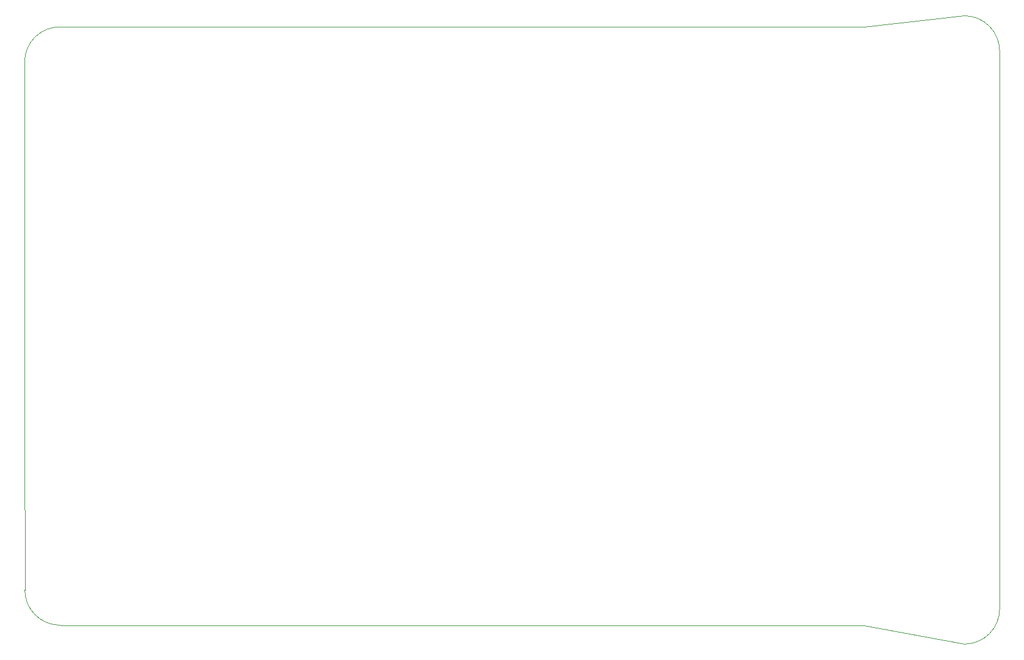
<source format=gbr>
%TF.GenerationSoftware,KiCad,Pcbnew,8.0.3*%
%TF.CreationDate,2024-09-20T13:19:38-05:00*%
%TF.ProjectId,Rick_LiteX-CNC,5269636b-5f4c-4697-9465-582d434e432e,rev?*%
%TF.SameCoordinates,Original*%
%TF.FileFunction,Profile,NP*%
%FSLAX46Y46*%
G04 Gerber Fmt 4.6, Leading zero omitted, Abs format (unit mm)*
G04 Created by KiCad (PCBNEW 8.0.3) date 2024-09-20 13:19:38*
%MOMM*%
%LPD*%
G01*
G04 APERTURE LIST*
%TA.AperFunction,Profile*%
%ADD10C,0.050000*%
%TD*%
G04 APERTURE END LIST*
D10*
X213064444Y-47225546D02*
X198864466Y-48800000D01*
X213064456Y-136454456D02*
X198864466Y-133764466D01*
X213064444Y-47225546D02*
G75*
G02*
X218064478Y-52225546I34J-5000000D01*
G01*
X84835534Y-133764466D02*
G75*
G02*
X79835534Y-128764466I-34J4999966D01*
G01*
X218064444Y-52225546D02*
X218064456Y-131454456D01*
X79800000Y-85800000D02*
X79800000Y-105800000D01*
X218064456Y-131454456D02*
G75*
G02*
X213064456Y-136454456I-4999966J-34D01*
G01*
X79835534Y-128764466D02*
X79800000Y-105800000D01*
X79800000Y-85800000D02*
X79800000Y-53800000D01*
X79800000Y-53800000D02*
G75*
G02*
X84800000Y-48800000I5000000J0D01*
G01*
X198864466Y-133764466D02*
X84835534Y-133764466D01*
X84800000Y-48800000D02*
X198864466Y-48800000D01*
M02*

</source>
